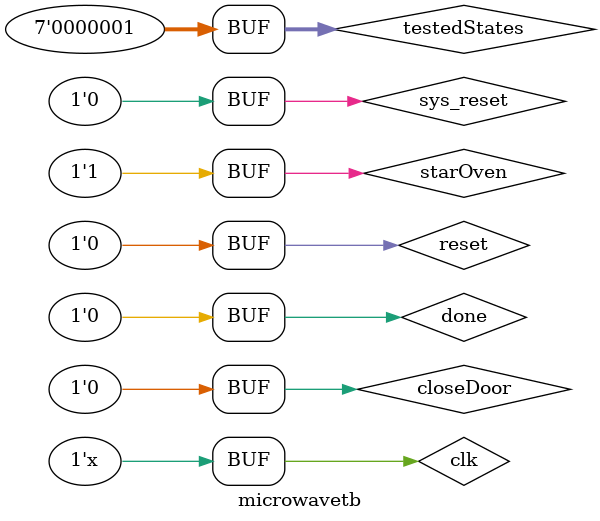
<source format=sv>

`timescale 1ns/1ns

module microwavetb;
	logic clk, sys_reset;
	logic reset, closeDoor, starOven, done;

	logic [3:0] states;
	logic [6:0] testedStates;

	initial begin
		$monitor("States= %b", states);
		testedStates = 7'b0000001;
		clk = 0;
		sys_reset = 0;
		reset = 0;
		closeDoor = 0;
		starOven = 0;
		done = 0;
	end

	always begin
#3		clk = ~clk;
	end
/*
	always@(states) begin
		case(states)
			4'b0000:
				if (testedStates == 7'b 0000001) begin
					$display("Asserting sys_reset on state: %b", states);
					testedStates = (testedStates << 1);
					sys_reset = 1;
				end

			4'b1001:
				if (testedStates == 7'b 0000010) begin
					$display("Asserting sys_reset on state: %b", states);
					testedStates = (testedStates << 1);
					sys_reset = 1;
				end
			4'b1101:
				if (testedStates == 7'b 0000100) begin
					$display("Asserting sys_reset on state: %b", states);
					testedStates = (testedStates << 1);
					sys_reset = 1;
				end
			4'b0100:
				if (testedStates == 7'b 0001000) begin
					$display("Asserting sys_reset on state: %b", states);
					testedStates = (testedStates << 1);
					sys_reset = 1;
				end
			4'b1100:
				if (testedStates == 7'b 0010000) begin
					$display("Asserting sys_reset on state: %b", states);
					testedStates = (testedStates << 1);
					sys_reset = 1;
				end
			4'b1110:
				if (testedStates == 7'b 0100000) begin
					$display("Asserting sys_reset on state: %b", states);
					testedStates = (testedStates << 1);
					sys_reset = 1;
				end
			4'b0110:
				if (testedStates == 7'b 1000000) begin
					$display("Asserting sys_reset on state: %b", states);
					testedStates = (testedStates << 1);
					sys_reset = 1;
				end
		endcase
	end
*/
	initial begin
		/*//for(int i = 0; i <7; i = i +1) begin
			//AX(0000)
			//Check each state can go back to init
	#15		starOven = 1;
	#15		closeDoor = 1;
	#15		reset = 1;
	#15		reset = 0;
			closeDoor = 0;
			starOven = 0;
	
	#10		$display("Test case: %d\n", i);
		//end*/

		/*//EX(0100)
			#15		starOven = 1;
	#15		closeDoor = 1;
	#15		reset = 1;
	#15		reset = 0;
			closeDoor = 0;
			starOven = 0; */

		//EG(No Heat)
		/*for(int i= 0; i<4; i = i+1) begin 
			#15 starOven = 1;
			#15 closeDoor = 1;
			#15 starOven = 0;
			#15 reset = 1;
			#15 reset = 0;
			#15 closeDoor = 0;
			$display("Test: %d",i);
		end*/

		/*
		//EX(done -> (heat = off))
		for(int i= 0; i<4; i= i+1) begin
			#7 closeDoor = 1;
			#7 starOven = 1;
			#7 starOven = 0;
			#7 done = 1;
			#15 sys_reset = 1;
			#15 sys_reset = 0;
			#10 $display("Test(Done): %d",i);
		end */

		//EX(error -> (started = true))
		for(int i= 0; i<4; i = i +1) begin
			#7 starOven = 1;
			#7 closeDoor = 1;
			#7 closeDoor = 0;
			#7 sys_reset = 1;
			#7 sys_reset = 0;
		end
	end

// Connect to the Device Under Test
	microwave dut(
		.clk(clk),
		.sys_reset(sys_reset),
		.reset(reset),
		.closeDoor(closeDoor),
		.starOven(starOven),
		.done(done), 
		.States(states)
	);


endmodule

</source>
